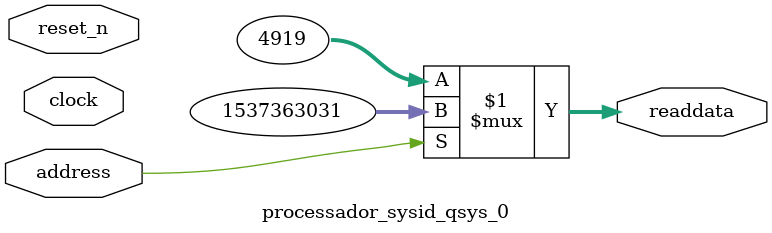
<source format=v>

`timescale 1ns / 1ps
// synthesis translate_on

// turn off superfluous verilog processor warnings 
// altera message_level Level1 
// altera message_off 10034 10035 10036 10037 10230 10240 10030 

module processador_sysid_qsys_0 (
               // inputs:
                address,
                clock,
                reset_n,

               // outputs:
                readdata
             )
;

  output  [ 31: 0] readdata;
  input            address;
  input            clock;
  input            reset_n;

  wire    [ 31: 0] readdata;
  //control_slave, which is an e_avalon_slave
  assign readdata = address ? 1537363031 : 4919;

endmodule




</source>
